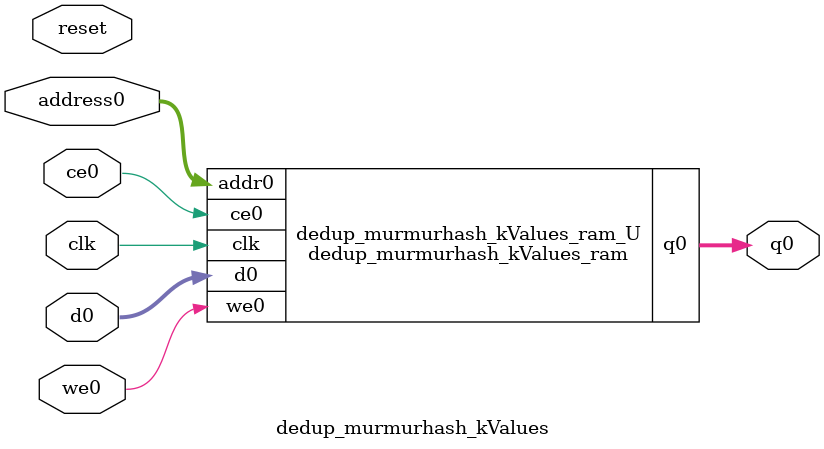
<source format=v>

`timescale 1 ns / 1 ps
module dedup_murmurhash_kValues_ram (addr0, ce0, d0, we0, q0,  clk);

parameter DWIDTH = 32;
parameter AWIDTH = 11;
parameter MEM_SIZE = 2048;

input[AWIDTH-1:0] addr0;
input ce0;
input[DWIDTH-1:0] d0;
input we0;
output reg[DWIDTH-1:0] q0;
input clk;

(* ram_style = "block" *)reg [DWIDTH-1:0] ram[MEM_SIZE-1:0];




always @(posedge clk)  
begin 
    if (ce0) 
    begin
        if (we0) 
        begin 
            ram[addr0] <= d0; 
            q0 <= d0;
        end 
        else 
            q0 <= ram[addr0];
    end
end


endmodule


`timescale 1 ns / 1 ps
module dedup_murmurhash_kValues(
    reset,
    clk,
    address0,
    ce0,
    we0,
    d0,
    q0);

parameter DataWidth = 32'd32;
parameter AddressRange = 32'd2048;
parameter AddressWidth = 32'd11;
input reset;
input clk;
input[AddressWidth - 1:0] address0;
input ce0;
input we0;
input[DataWidth - 1:0] d0;
output[DataWidth - 1:0] q0;



dedup_murmurhash_kValues_ram dedup_murmurhash_kValues_ram_U(
    .clk( clk ),
    .addr0( address0 ),
    .ce0( ce0 ),
    .d0( d0 ),
    .we0( we0 ),
    .q0( q0 ));

endmodule


</source>
